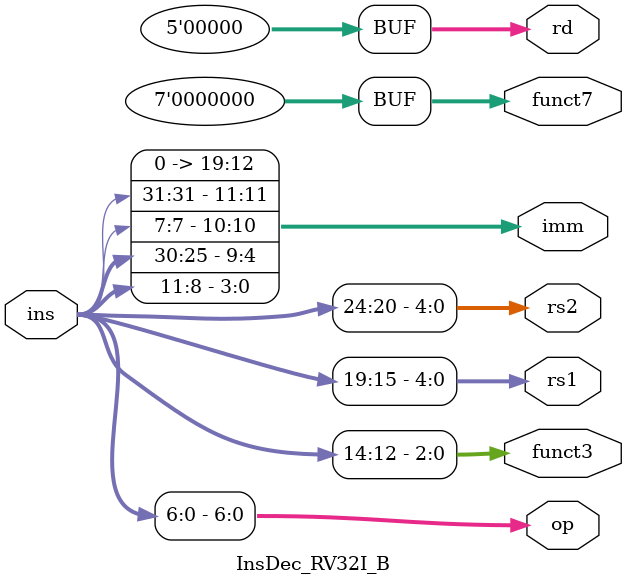
<source format=v>
module InsDec_RV32I_B(
    // 32位指令
    input wire [31:0] ins,

    // 操作码位段
    output wire [6:0] op,

    // 3位功能码位段  
    output wire [2:0] funct3,
    
    // 7位功能码位段
    output wire [6:0] funct7,
    
    // rs1地址位段
    output wire [4:0] rs1,

    // rs2地址位段
    output wire [4:0] rs2,

    // rd地址位段
    output wire [4:0] rd,

    // 立即数
    output wire [19:0] imm
);

    assign op = ins[6:0];
    assign funct3 = ins[14:12];
    assign funct7 = 7'd0;
    assign rs1 = ins[19:15];
    assign rs2 = ins[24:20];
    assign rd = 5'd0;
    assign imm = {ins[31:31], ins[7:7], ins[30:25], ins[11:8]};

endmodule

</source>
